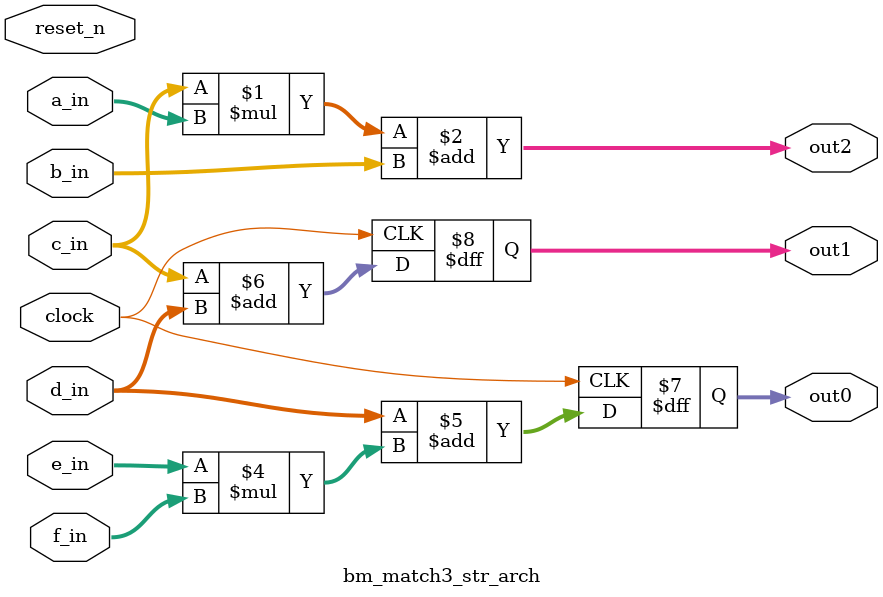
<source format=v>
`define BITS0 9         // Bit width of the operands
`define BITS2 18         // Bit width of the operands

module 	bm_match3_str_arch(clock, 
		reset_n, 
		a_in, 
		b_in,
		c_in, 
		d_in, 
		e_in, 
		f_in, 
		out0,
		out1,
		out2,
);

// SIGNAL DECLARATIONS
input	clock;
input 	reset_n;

input [`BITS0-1:0] a_in;
input [`BITS0-1:0] b_in;
input [`BITS0-1:0] c_in;
input [`BITS0-1:0] d_in;
input [`BITS0-1:0] e_in;
input [`BITS0-1:0] f_in;

output [`BITS2-1:0] out0;
output [`BITS2-1:0] out1;
output [`BITS2-1:0] out2;

reg [`BITS2-1:0] out0;
reg [`BITS2-1:0] out1;
wire [`BITS2-1:0] out2;

assign out2 = c_in * a_in + b_in;

always @(posedge clock)
begin
	out0 <= d_in + e_in * f_in;
	out1 <= c_in + d_in;
end

endmodule

</source>
